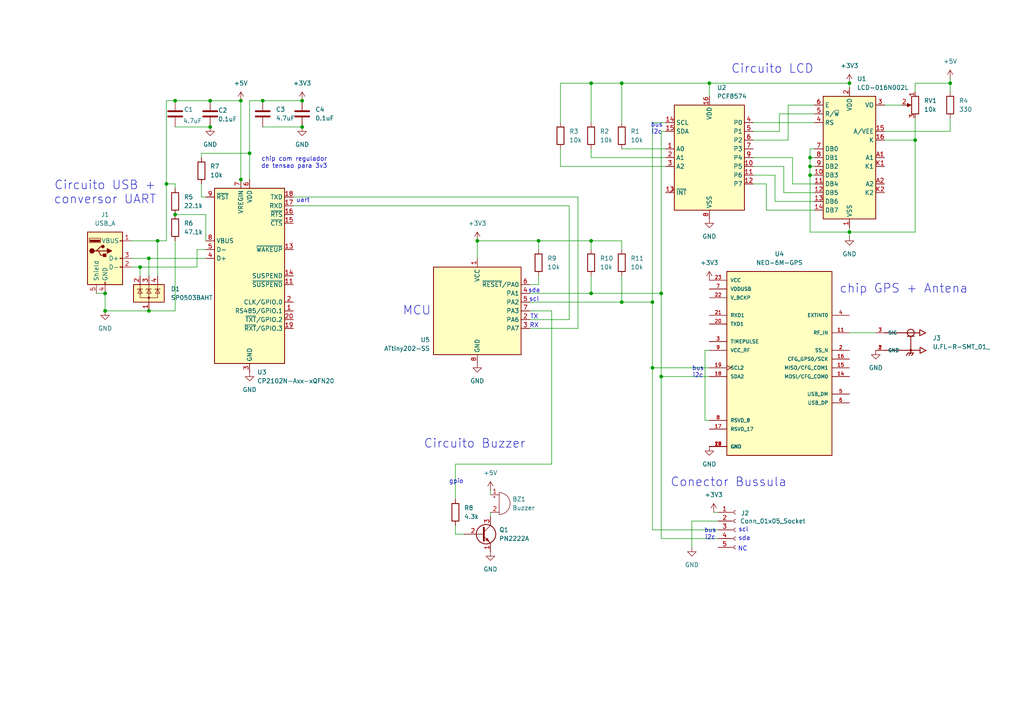
<source format=kicad_sch>
(kicad_sch (version 20231120) (generator "eeschema") (generator_version "8.0")
  (paper "A4")
  (lib_symbols
    (symbol "Connector:Conn_01x05_Socket" (pin_names (offset 1.016) hide)
      (property "Reference" "J" (at 0 7.62 0))
      (property "Value" "Conn_01x05_Socket" (at 0 -7.62 0))
      (symbol "Conn_01x05_Socket_1_1"
        (arc (start 0 -4.572) (mid -0.5058 -5.08) (end 0 -5.588) (stroke (width 0.1524)))
        (arc (start 0 -2.032) (mid -0.5058 -2.54) (end 0 -3.048) (stroke (width 0.1524)))
        (polyline (pts (xy -1.27 -5.08) (xy -0.508 -5.08)) (stroke (width 0.1524)))
        (polyline (pts (xy -1.27 -2.54) (xy -0.508 -2.54)) (stroke (width 0.1524)))
        (polyline (pts (xy -1.27 0) (xy -0.508 0)) (stroke (width 0.1524)))
        (polyline (pts (xy -1.27 2.54) (xy -0.508 2.54)) (stroke (width 0.1524)))
        (polyline (pts (xy -1.27 5.08) (xy -0.508 5.08)) (stroke (width 0.1524)))
        (arc (start 0 0.508) (mid -0.5058 0) (end 0 -0.508) (stroke (width 0.1524)))
        (arc (start 0 3.048) (mid -0.5058 2.54) (end 0 2.032) (stroke (width 0.1524)))
        (arc (start 0 5.588) (mid -0.5058 5.08) (end 0 4.572) (stroke (width 0.1524)))
        (pin passive line (at -5.08 5.08 0) (length 3.81) (name "Pin_1") (number "1"))
        (pin passive line (at -5.08 2.54 0) (length 3.81) (name "Pin_2") (number "2"))
        (pin passive line (at -5.08 0 0) (length 3.81) (name "Pin_3") (number "3"))
        (pin passive line (at -5.08 -2.54 0) (length 3.81) (name "Pin_4") (number "4"))
        (pin passive line (at -5.08 -5.08 0) (length 3.81) (name "Pin_5") (number "5"))
      )
    )
    (symbol "Connector:USB_A" (pin_names (offset 1.016))
      (property "Reference" "J" (at -5.08 11.43 0))
      (property "Value" "USB_A" (at -5.08 8.89 0))
      (symbol "USB_A_0_1"
        (rectangle (start -5.08 -7.62) (end 5.08 7.62) (stroke (width 0.254)) (fill (type background)))
        (circle (center -3.81 2.159) (radius 0.635) (stroke (width 0.254)) (fill (type outline)))
        (rectangle (start -1.524 4.826) (end -4.318 5.334) (fill (type outline)))
        (rectangle (start -1.27 4.572) (end -4.572 5.842))
        (circle (center -0.635 3.429) (radius 0.381) (stroke (width 0.254)) (fill (type outline)))
        (rectangle (start -0.127 -7.62) (end 0.127 -6.858))
        (polyline (pts (xy -3.175 2.159) (xy -2.54 2.159) (xy -1.27 3.429) (xy -0.635 3.429)) (stroke (width 0.254)))
        (polyline (pts (xy -2.54 2.159) (xy -1.905 2.159) (xy -1.27 0.889) (xy 0 0.889)) (stroke (width 0.254)))
        (polyline (pts (xy 0.635 2.794) (xy 0.635 1.524) (xy 1.905 2.159) (xy 0.635 2.794)) (stroke (width 0.254)) (fill (type outline)))
        (rectangle (start 0.254 1.27) (end -0.508 0.508) (stroke (width 0.254)) (fill (type outline)))
        (rectangle (start 5.08 -2.667) (end 4.318 -2.413))
        (rectangle (start 5.08 -0.127) (end 4.318 0.127))
        (rectangle (start 5.08 4.953) (end 4.318 5.207))
      )
      (symbol "USB_A_1_1"
        (polyline (pts (xy -1.905 2.159) (xy 0.635 2.159)) (stroke (width 0.254)))
        (pin power_in line (at 7.62 5.08 180) (length 2.54) (name "VBUS") (number "1"))
        (pin bidirectional line (at 7.62 -2.54 180) (length 2.54) (name "D-") (number "2"))
        (pin bidirectional line (at 7.62 0 180) (length 2.54) (name "D+") (number "3"))
        (pin power_in line (at 0 -10.16 90) (length 2.54) (name "GND") (number "4"))
        (pin passive line (at -2.54 -10.16 90) (length 2.54) (name "Shield") (number "5"))
      )
    )
    (symbol "Device:Buzzer" (pin_names (offset 0.0254) hide)
      (property "Reference" "BZ" (at 3.81 1.27 0))
      (property "Value" "Buzzer" (at 3.81 -1.27 0))
      (symbol "Buzzer_0_1"
        (arc (start 0 -3.175) (mid 3.1612 0) (end 0 3.175))
        (polyline (pts (xy -1.651 1.905) (xy -1.143 1.905)))
        (polyline (pts (xy -1.397 2.159) (xy -1.397 1.651)))
        (polyline (pts (xy 0 3.175) (xy 0 -3.175)))
      )
      (symbol "Buzzer_1_1"
        (pin passive line (at -2.54 2.54 0) (length 2.54) (name "+") (number "1"))
        (pin passive line (at -2.54 -2.54 0) (length 2.54) (name "-") (number "2"))
      )
    )
    (symbol "Device:C" (pin_numbers hide) (pin_names (offset 0.254))
      (property "Reference" "C" (at 0.635 2.54 0))
      (property "Value" "C" (at 0.635 -2.54 0))
      (symbol "C_0_1"
        (polyline (pts (xy -2.032 -0.762) (xy 2.032 -0.762)) (stroke (width 0.508)))
        (polyline (pts (xy -2.032 0.762) (xy 2.032 0.762)) (stroke (width 0.508)))
      )
      (symbol "C_1_1"
        (pin passive line (at 0 3.81 270) (length 2.794) (name "~") (number "1"))
        (pin passive line (at 0 -3.81 90) (length 2.794) (name "~") (number "2"))
      )
    )
    (symbol "Device:R" (pin_numbers hide) (pin_names (offset 0))
      (property "Reference" "R" (at 2.032 0 90))
      (property "Value" "R" (at 0 0 90))
      (symbol "R_0_1"
        (rectangle (start -1.016 -2.54) (end 1.016 2.54) (stroke (width 0.254)))
      )
      (symbol "R_1_1"
        (pin passive line (at 0 3.81 270) (length 1.27) (name "~") (number "1"))
        (pin passive line (at 0 -3.81 90) (length 1.27) (name "~") (number "2"))
      )
    )
    (symbol "Device:R_Potentiometer" (pin_names (offset 1.016) hide)
      (property "Reference" "RV" (at -4.445 0 90))
      (property "Value" "R_Potentiometer" (at -2.54 0 90))
      (symbol "R_Potentiometer_0_1"
        (polyline (pts (xy 2.54 0) (xy 1.524 0)))
        (polyline (pts (xy 1.143 0) (xy 2.286 0.508) (xy 2.286 -0.508) (xy 1.143 0)) (fill (type outline)))
        (rectangle (start 1.016 2.54) (end -1.016 -2.54) (stroke (width 0.254)))
      )
      (symbol "R_Potentiometer_1_1"
        (pin passive line (at 0 3.81 270) (length 1.27) (name "1") (number "1"))
        (pin passive line (at 3.81 0 180) (length 1.27) (name "2") (number "2"))
        (pin passive line (at 0 -3.81 90) (length 1.27) (name "3") (number "3"))
      )
    )
    (symbol "Display_Character:LCD-016N002L"
      (property "Reference" "U" (at -6.35 18.796 0))
      (property "Value" "LCD-016N002L" (at 8.636 18.796 0))
      (symbol "LCD-016N002L_1_1"
        (rectangle (start -7.62 17.78) (end 7.62 -17.78) (stroke (width 0.254)) (fill (type background)))
        (pin power_in line (at 0 -20.32 90) (length 2.54) (name "VSS") (number "1"))
        (pin bidirectional line (at -10.16 -5.08 0) (length 2.54) (name "DB3") (number "10"))
        (pin bidirectional line (at -10.16 -7.62 0) (length 2.54) (name "DB4") (number "11"))
        (pin bidirectional line (at -10.16 -10.16 0) (length 2.54) (name "DB5") (number "12"))
        (pin bidirectional line (at -10.16 -12.7 0) (length 2.54) (name "DB6") (number "13"))
        (pin bidirectional line (at -10.16 -15.24 0) (length 2.54) (name "DB7") (number "14"))
        (pin power_in line (at 10.16 7.62 180) (length 2.54) (name "A/VEE") (number "15"))
        (pin power_in line (at 10.16 5.08 180) (length 2.54) (name "K") (number "16"))
        (pin power_in line (at 0 20.32 270) (length 2.54) (name "VDD") (number "2"))
        (pin input line (at 10.16 15.24 180) (length 2.54) (name "VO") (number "3"))
        (pin input line (at -10.16 10.16 0) (length 2.54) (name "RS") (number "4"))
        (pin input line (at -10.16 12.7 0) (length 2.54) (name "R/~{W}") (number "5"))
        (pin input line (at -10.16 15.24 0) (length 2.54) (name "E") (number "6"))
        (pin bidirectional line (at -10.16 2.54 0) (length 2.54) (name "DB0") (number "7"))
        (pin bidirectional line (at -10.16 0 0) (length 2.54) (name "DB1") (number "8"))
        (pin bidirectional line (at -10.16 -2.54 0) (length 2.54) (name "DB2") (number "9"))
        (pin power_in line (at 10.16 0 180) (length 2.54) (name "A1") (number "A1"))
        (pin power_in line (at 10.16 -7.62 180) (length 2.54) (name "A2") (number "A2"))
        (pin power_in line (at 10.16 -2.54 180) (length 2.54) (name "K1") (number "K1"))
        (pin power_in line (at 10.16 -10.16 180) (length 2.54) (name "K2") (number "K2"))
      )
    )
    (symbol "Interface_Expansion:PCF8574"
      (property "Reference" "U" (at -8.89 16.51 0))
      (property "Value" "PCF8574" (at 2.54 16.51 0))
      (symbol "PCF8574_0_1"
        (rectangle (start -10.16 15.24) (end 10.16 -15.24) (stroke (width 0.254)) (fill (type background)))
      )
      (symbol "PCF8574_1_1"
        (pin input line (at -12.7 2.54 0) (length 2.54) (name "A0") (number "1"))
        (pin bidirectional line (at 12.7 -2.54 180) (length 2.54) (name "P5") (number "10"))
        (pin bidirectional line (at 12.7 -5.08 180) (length 2.54) (name "P6") (number "11"))
        (pin bidirectional line (at 12.7 -7.62 180) (length 2.54) (name "P7") (number "12"))
        (pin open_collector output_low (at -12.7 -10.16 0) (length 2.54) (name "~{INT}") (number "13"))
        (pin input line (at -12.7 10.16 0) (length 2.54) (name "SCL") (number "14"))
        (pin bidirectional line (at -12.7 7.62 0) (length 2.54) (name "SDA") (number "15"))
        (pin power_in line (at 0 17.78 270) (length 2.54) (name "VDD") (number "16"))
        (pin input line (at -12.7 0 0) (length 2.54) (name "A1") (number "2"))
        (pin input line (at -12.7 -2.54 0) (length 2.54) (name "A2") (number "3"))
        (pin bidirectional line (at 12.7 10.16 180) (length 2.54) (name "P0") (number "4"))
        (pin bidirectional line (at 12.7 7.62 180) (length 2.54) (name "P1") (number "5"))
        (pin bidirectional line (at 12.7 5.08 180) (length 2.54) (name "P2") (number "6"))
        (pin bidirectional line (at 12.7 2.54 180) (length 2.54) (name "P3") (number "7"))
        (pin power_in line (at 0 -17.78 90) (length 2.54) (name "VSS") (number "8"))
        (pin bidirectional line (at 12.7 0 180) (length 2.54) (name "P4") (number "9"))
      )
    )
    (symbol "Interface_USB:CP2102N-Axx-xQFN20"
      (property "Reference" "U" (at -8.89 26.67 0))
      (property "Value" "CP2102N-Axx-xQFN20" (at 12.7 26.67 0))
      (symbol "CP2102N-Axx-xQFN20_0_1"
        (rectangle (start -10.16 25.4) (end 10.16 -25.4) (stroke (width 0.254)) (fill (type background)))
      )
      (symbol "CP2102N-Axx-xQFN20_1_1"
        (pin bidirectional line (at 12.7 -10.16 180) (length 2.54) (name "RS485/GPIO.1") (number "1"))
        (pin no_connect line (at -10.16 -22.86 0) (length 2.54) hide (name "NC") (number "10"))
        (pin output line (at 12.7 -2.54 180) (length 2.54) (name "~{SUSPEND}") (number "11"))
        (pin passive line (at 0 -27.94 90) (length 2.54) hide (name "GND") (number "12"))
        (pin input line (at 12.7 7.62 180) (length 2.54) (name "~{WAKEUP}") (number "13"))
        (pin output line (at 12.7 0 180) (length 2.54) (name "SUSPEND") (number "14"))
        (pin input line (at 12.7 15.24 180) (length 2.54) (name "~{CTS}") (number "15"))
        (pin output line (at 12.7 17.78 180) (length 2.54) (name "~{RTS}") (number "16"))
        (pin input line (at 12.7 20.32 180) (length 2.54) (name "RXD") (number "17"))
        (pin output line (at 12.7 22.86 180) (length 2.54) (name "TXD") (number "18"))
        (pin bidirectional line (at 12.7 -15.24 180) (length 2.54) (name "~{RXT}/GPIO.3") (number "19"))
        (pin bidirectional line (at 12.7 -7.62 180) (length 2.54) (name "CLK/GPIO.0") (number "2"))
        (pin bidirectional line (at 12.7 -12.7 180) (length 2.54) (name "~{TXT}/GPIO.2") (number "20"))
        (pin passive line (at 0 -27.94 90) (length 2.54) hide (name "GND") (number "21"))
        (pin power_in line (at 0 -27.94 90) (length 2.54) (name "GND") (number "3"))
        (pin bidirectional line (at -12.7 5.08 0) (length 2.54) (name "D+") (number "4"))
        (pin bidirectional line (at -12.7 7.62 0) (length 2.54) (name "D-") (number "5"))
        (pin power_in line (at 0 27.94 270) (length 2.54) (name "VDD") (number "6"))
        (pin power_in line (at -2.54 27.94 270) (length 2.54) (name "VREGIN") (number "7"))
        (pin input line (at -12.7 10.16 0) (length 2.54) (name "VBUS") (number "8"))
        (pin input line (at -12.7 22.86 0) (length 2.54) (name "~{RST}") (number "9"))
      )
    )
    (symbol "MCU_Microchip_ATtiny:ATtiny202-SS"
      (property "Reference" "U" (at -12.7 13.97 0))
      (property "Value" "ATtiny202-SS" (at 2.54 -13.97 0))
      (symbol "ATtiny202-SS_0_1"
        (rectangle (start -12.7 -12.7) (end 12.7 12.7) (stroke (width 0.254)) (fill (type background)))
      )
      (symbol "ATtiny202-SS_1_1"
        (pin power_in line (at 0 15.24 270) (length 2.54) (name "VCC") (number "1"))
        (pin bidirectional line (at 15.24 -2.54 180) (length 2.54) (name "PA6") (number "2"))
        (pin bidirectional line (at 15.24 -5.08 180) (length 2.54) (name "PA7") (number "3"))
        (pin bidirectional line (at 15.24 5.08 180) (length 2.54) (name "PA1") (number "4"))
        (pin bidirectional line (at 15.24 2.54 180) (length 2.54) (name "PA2") (number "5"))
        (pin bidirectional line (at 15.24 7.62 180) (length 2.54) (name "~{RESET}/PA0") (number "6"))
        (pin bidirectional line (at 15.24 0 180) (length 2.54) (name "PA3") (number "7"))
        (pin power_in line (at 0 -15.24 90) (length 2.54) (name "GND") (number "8"))
      )
    )
    (symbol "NEO-6M-GPS:NEO-6M-GPS" (pin_names (offset 1.016))
      (property "Reference" "U" (at -15.2439 26.0408 0))
      (property "Value" "NEO-6M-GPS" (at -15.2445 -30.4874 0))
      (symbol "NEO-6M-GPS_0_0"
        (rectangle (start -15.24 -27.94) (end 15.24 25.4) (stroke (width 0.254)) (fill (type background)))
        (pin power_in line (at 20.32 -25.4 180) (length 5.08) (name "GND") (number "10"))
        (pin input line (at -20.32 7.62 0) (length 5.08) (name "RF_IN") (number "11"))
        (pin power_in line (at 20.32 -25.4 180) (length 5.08) (name "GND") (number "12"))
        (pin power_in line (at 20.32 -25.4 180) (length 5.08) (name "GND") (number "13"))
        (pin bidirectional line (at -20.32 -5.08 0) (length 5.08) (name "MOSI/CFG_COM0") (number "14"))
        (pin input line (at -20.32 -2.54 0) (length 5.08) (name "MISO/CFG_COM1") (number "15"))
        (pin input line (at -20.32 0 0) (length 5.08) (name "CFG_GPS0/SCK") (number "16"))
        (pin passive line (at 20.32 -20.32 180) (length 5.08) (name "RSVD_17") (number "17"))
        (pin bidirectional line (at 20.32 -5.08 180) (length 5.08) (name "SDA2") (number "18"))
        (pin bidirectional clock (at 20.32 -2.54 180) (length 5.08) (name "SCL2") (number "19"))
        (pin input line (at -20.32 2.54 0) (length 5.08) (name "SS_N") (number "2"))
        (pin output line (at 20.32 10.16 180) (length 5.08) (name "TXD1") (number "20"))
        (pin input line (at 20.32 12.7 180) (length 5.08) (name "RXD1") (number "21"))
        (pin power_in line (at 20.32 17.78 180) (length 5.08) (name "V_BCKP") (number "22"))
        (pin power_in line (at 20.32 22.86 180) (length 5.08) (name "VCC") (number "23"))
        (pin power_in line (at 20.32 -25.4 180) (length 5.08) (name "GND") (number "24"))
        (pin output line (at 20.32 5.08 180) (length 5.08) (name "TIMEPULSE") (number "3"))
        (pin input line (at -20.32 12.7 0) (length 5.08) (name "EXTINT0") (number "4"))
        (pin bidirectional line (at -20.32 -10.16 0) (length 5.08) (name "USB_DM") (number "5"))
        (pin bidirectional line (at -20.32 -12.7 0) (length 5.08) (name "USB_DP") (number "6"))
        (pin power_in line (at 20.32 20.32 180) (length 5.08) (name "VDDUSB") (number "7"))
        (pin passive line (at 20.32 -17.78 180) (length 5.08) (name "RSVD_8") (number "8"))
        (pin output line (at 20.32 2.54 180) (length 5.08) (name "VCC_RF") (number "9"))
      )
    )
    (symbol "Power_Protection:SP0503BAHT" (pin_names hide)
      (property "Reference" "D" (at 5.715 2.54 0))
      (property "Value" "SP0503BAHT" (at 5.715 0.635 0))
      (symbol "SP0503BAHT_0_0"
        (pin passive line (at 0 -5.08 90) (length 2.54) (name "A") (number "1"))
      )
      (symbol "SP0503BAHT_0_1"
        (rectangle (start -4.445 2.54) (end 4.445 -2.54) (stroke (width 0.254)) (fill (type background)))
        (circle (center 0 -1.27) (radius 0.254) (fill (type outline)))
        (polyline (pts (xy -2.54 2.54) (xy -2.54 1.27)))
        (polyline (pts (xy 0 -1.27) (xy 0 -2.54)))
        (polyline (pts (xy 0 -1.27) (xy 0 1.27)))
        (polyline (pts (xy 0 2.54) (xy 0 1.27)))
        (polyline (pts (xy 0.635 1.27) (xy 0.762 1.27)))
        (polyline (pts (xy 2.54 2.54) (xy 2.54 1.27)))
        (polyline (pts (xy 0.635 1.27) (xy -0.762 1.27) (xy -0.762 1.016)))
        (polyline (pts (xy -3.302 1.016) (xy -3.302 1.27) (xy -1.905 1.27) (xy -1.778 1.27)))
        (polyline (pts (xy -2.54 1.27) (xy -2.54 -1.27) (xy 2.54 -1.27) (xy 2.54 1.27)))
        (polyline (pts (xy -2.54 1.27) (xy -1.905 0) (xy -3.175 0) (xy -2.54 1.27)))
        (polyline (pts (xy 0.635 0) (xy -0.635 0) (xy 0 1.27) (xy 0.635 0)))
        (polyline (pts (xy 1.778 1.016) (xy 1.778 1.27) (xy 3.175 1.27) (xy 3.302 1.27)))
        (polyline (pts (xy 2.54 1.27) (xy 1.905 0) (xy 3.175 0) (xy 2.54 1.27)))
      )
      (symbol "SP0503BAHT_1_1"
        (pin passive line (at -2.54 5.08 270) (length 2.54) (name "K") (number "2"))
        (pin passive line (at 0 5.08 270) (length 2.54) (name "K") (number "3"))
        (pin passive line (at 2.54 5.08 270) (length 2.54) (name "K") (number "4"))
      )
    )
    (symbol "Transistor_BJT:PN2222A" (pin_names (offset 0) hide)
      (property "Reference" "Q" (at 5.08 1.905 0))
      (property "Value" "PN2222A" (at 5.08 0 0))
      (symbol "PN2222A_0_1"
        (polyline (pts (xy 0 0) (xy 0.635 0)))
        (polyline (pts (xy 2.54 -2.54) (xy 0.635 -0.635)))
        (polyline (pts (xy 2.54 2.54) (xy 0.635 0.635)))
        (polyline (pts (xy 0.635 1.905) (xy 0.635 -1.905) (xy 0.635 -1.905)) (stroke (width 0.508)))
        (polyline (pts (xy 2.413 -2.413) (xy 1.905 -1.905) (xy 1.905 -1.905)))
        (polyline (pts (xy 1.143 -1.651) (xy 1.651 -1.143) (xy 2.159 -2.159) (xy 1.143 -1.651) (xy 1.143 -1.651)) (fill (type outline)))
        (circle (center 1.27 0) (radius 2.8194) (stroke (width 0.254)))
      )
      (symbol "PN2222A_1_1"
        (pin passive line (at 2.54 -5.08 90) (length 2.54) (name "E") (number "1"))
        (pin input line (at -5.08 0 0) (length 5.08) (name "B") (number "2"))
        (pin passive line (at 2.54 5.08 270) (length 2.54) (name "C") (number "3"))
      )
    )
    (symbol "U.FL-R-SMT_01_:U.FL-R-SMT_01_" (pin_names (offset 1.016))
      (property "Reference" "J" (at -3.8186 4.0731 0))
      (property "Value" "U.FL-R-SMT_01_" (at -4.3278 -5.6007 0))
      (symbol "U.FL-R-SMT_01__0_0"
        (circle (center 0 -2.54) (radius 0.254) (stroke (width 0.254)))
        (polyline (pts (xy -7.62 -2.54) (xy 0 -2.54)) (stroke (width 0.254)))
        (polyline (pts (xy -7.62 2.54) (xy 2.54 2.54)) (stroke (width 0.254)))
        (polyline (pts (xy -1.016 1.524) (xy 0 1.524)) (stroke (width 0.254)))
        (polyline (pts (xy -0.762 -3.302) (xy -1.27 -4.064)) (stroke (width 0.254)))
        (polyline (pts (xy 0 -3.302) (xy -0.762 -3.302)) (stroke (width 0.254)))
        (polyline (pts (xy 0 -3.302) (xy -0.508 -4.064)) (stroke (width 0.254)))
        (polyline (pts (xy 0 -3.302) (xy 0.762 -3.302)) (stroke (width 0.254)))
        (polyline (pts (xy 0 -2.54) (xy 0 -3.302)) (stroke (width 0.254)))
        (polyline (pts (xy 0 1.524) (xy 0 -2.54)) (stroke (width 0.254)))
        (polyline (pts (xy 0 1.524) (xy 1.016 1.524)) (stroke (width 0.254)))
        (polyline (pts (xy 0.762 -3.302) (xy 0.254 -4.064)) (stroke (width 0.254)))
        (polyline (pts (xy 2.54 -2.54) (xy 0 -2.54)) (stroke (width 0.254)))
        (polyline (pts (xy 2.6 1.7) (xy 4.3 2.5)) (stroke (width 0.254)))
        (polyline (pts (xy 2.6 3.4) (xy 2.6 1.7)) (stroke (width 0.254)))
        (polyline (pts (xy 2.7 -3.4) (xy 4.4 -2.6)) (stroke (width 0.254)))
        (polyline (pts (xy 2.7 -1.7) (xy 2.7 -3.4)) (stroke (width 0.254)))
        (polyline (pts (xy 4.3 2.5) (xy 2.7 3.4)) (stroke (width 0.254)))
        (polyline (pts (xy 4.4 -2.6) (xy 2.8 -1.7)) (stroke (width 0.254)))
        (circle (center 0 2.54) (radius 1.016) (stroke (width 0.254)))
        (pin passive line (at -10.16 -2.54 0) (length 2.54) (name "GND") (number "1"))
        (pin passive line (at -10.16 -2.54 0) (length 2.54) (name "GND") (number "2"))
        (pin passive line (at -10.16 2.54 0) (length 2.54) (name "SIG") (number "3"))
      )
    )
    (symbol "power:+3V3" (power) (pin_numbers hide) (pin_names (offset 0) hide)
      (property "Value" "+3V3" (at 0 3.556 0))
      (symbol "+3V3_0_1"
        (polyline (pts (xy -0.762 1.27) (xy 0 2.54)))
        (polyline (pts (xy 0 0) (xy 0 2.54)))
        (polyline (pts (xy 0 2.54) (xy 0.762 1.27)))
      )
      (symbol "+3V3_1_1"
        (pin power_in line (at 0 0 90) (length 0) (name "~") (number "1"))
      )
    )
    (symbol "power:+5V" (power) (pin_numbers hide) (pin_names (offset 0) hide)
      (property "Value" "+5V" (at 0 3.556 0))
      (symbol "+5V_0_1"
        (polyline (pts (xy -0.762 1.27) (xy 0 2.54)))
        (polyline (pts (xy 0 0) (xy 0 2.54)))
        (polyline (pts (xy 0 2.54) (xy 0.762 1.27)))
      )
      (symbol "+5V_1_1"
        (pin power_in line (at 0 0 90) (length 0) (name "~") (number "1"))
      )
    )
    (symbol "power:GND" (power) (pin_numbers hide) (pin_names (offset 0) hide)
      (property "Value" "GND" (at 0 -3.81 0))
      (symbol "GND_0_1"
        (polyline (pts (xy 0 0) (xy 0 -1.27) (xy 1.27 -1.27) (xy 0 -2.54) (xy -1.27 -1.27) (xy 0 -1.27)))
      )
      (symbol "GND_1_1"
        (pin power_in line (at 0 0 270) (length 0) (name "~") (number "1"))
      )
    )
  )
  (junction (at 60.96 36.83))
  (junction (at 76.2 29.21))
  (junction (at 50.8 62.23))
  (junction (at 246.38 24.13))
  (junction (at 40.64 77.47))
  (junction (at 275.59 24.13))
  (junction (at 138.43 69.85))
  (junction (at 87.63 29.21))
  (junction (at 171.45 24.13))
  (junction (at 43.18 90.17))
  (junction (at 234.95 48.26))
  (junction (at 171.45 69.85))
  (junction (at 30.48 90.17))
  (junction (at 191.77 109.22))
  (junction (at 189.23 106.68))
  (junction (at 171.45 85.09))
  (junction (at 189.23 87.63))
  (junction (at 72.39 44.45))
  (junction (at 69.85 29.21))
  (junction (at 60.96 29.21))
  (junction (at 45.72 69.85))
  (junction (at 191.77 85.09))
  (junction (at 234.95 50.8))
  (junction (at 205.74 24.13))
  (junction (at 50.8 29.21))
  (junction (at 30.48 85.09))
  (junction (at 180.34 24.13))
  (junction (at 180.34 87.63))
  (junction (at 69.85 52.07))
  (junction (at 265.43 40.64))
  (junction (at 246.38 67.31))
  (junction (at 48.26 53.34))
  (junction (at 234.95 45.72))
  (junction (at 43.18 74.93))
  (junction (at 156.21 69.85))
  (junction (at 87.63 36.83))
  (wire (pts (xy 189.23 153.67) (xy 208.28 153.67)))
  (wire (pts (xy 180.34 24.13) (xy 180.34 35.56)))
  (wire (pts (xy 205.74 24.13) (xy 180.34 24.13)))
  (wire (pts (xy 229.87 45.72) (xy 229.87 53.34)))
  (wire (pts (xy 265.43 34.29) (xy 265.43 40.64)))
  (wire (pts (xy 165.1 59.69) (xy 165.1 92.71)))
  (wire (pts (xy 234.95 48.26) (xy 236.22 48.26)))
  (wire (pts (xy 246.38 67.31) (xy 246.38 66.04)))
  (wire (pts (xy 228.6 30.48) (xy 236.22 30.48)))
  (wire (pts (xy 72.39 44.45) (xy 72.39 52.07)))
  (wire (pts (xy 189.23 87.63) (xy 189.23 106.68)))
  (wire (pts (xy 57.15 72.39) (xy 59.69 72.39)))
  (wire (pts (xy 234.95 45.72) (xy 234.95 48.26)))
  (wire (pts (xy 171.45 45.72) (xy 193.04 45.72)))
  (wire (pts (xy 171.45 69.85) (xy 171.45 72.39)))
  (wire (pts (xy 191.77 109.22) (xy 205.74 109.22)))
  (wire (pts (xy 226.06 38.1) (xy 226.06 33.02)))
  (wire (pts (xy 43.18 90.17) (xy 30.48 90.17)))
  (wire (pts (xy 38.1 77.47) (xy 40.64 77.47)))
  (wire (pts (xy 76.2 36.83) (xy 87.63 36.83)))
  (wire (pts (xy 58.42 57.15) (xy 59.69 57.15)))
  (wire (pts (xy 48.26 29.21) (xy 50.8 29.21)))
  (wire (pts (xy 193.04 35.56) (xy 189.23 35.56)))
  (wire (pts (xy 156.21 80.01) (xy 156.21 82.55)))
  (wire (pts (xy 191.77 38.1) (xy 191.77 85.09)))
  (wire (pts (xy 165.1 92.71) (xy 153.67 92.71)))
  (wire (pts (xy 200.66 151.13) (xy 200.66 158.75)))
  (wire (pts (xy 234.95 48.26) (xy 234.95 50.8)))
  (wire (pts (xy 275.59 22.86) (xy 275.59 24.13)))
  (wire (pts (xy 48.26 29.21) (xy 48.26 53.34)))
  (wire (pts (xy 142.24 143.51) (xy 142.24 142.24)))
  (wire (pts (xy 45.72 69.85) (xy 38.1 69.85)))
  (wire (pts (xy 275.59 26.67) (xy 275.59 24.13)))
  (wire (pts (xy 180.34 80.01) (xy 180.34 87.63)))
  (wire (pts (xy 43.18 90.17) (xy 50.8 90.17)))
  (wire (pts (xy 218.44 38.1) (xy 226.06 38.1)))
  (wire (pts (xy 30.48 90.17) (xy 30.48 85.09)))
  (wire (pts (xy 162.56 43.18) (xy 162.56 48.26)))
  (wire (pts (xy 218.44 40.64) (xy 228.6 40.64)))
  (wire (pts (xy 204.47 101.6) (xy 205.74 101.6)))
  (wire (pts (xy 132.08 134.62) (xy 132.08 144.78)))
  (wire (pts (xy 234.95 43.18) (xy 234.95 45.72)))
  (wire (pts (xy 43.18 74.93) (xy 59.69 74.93)))
  (wire (pts (xy 138.43 69.85) (xy 138.43 74.93)))
  (wire (pts (xy 236.22 43.18) (xy 234.95 43.18)))
  (wire (pts (xy 48.26 53.34) (xy 50.8 53.34)))
  (wire (pts (xy 153.67 87.63) (xy 180.34 87.63)))
  (wire (pts (xy 156.21 72.39) (xy 156.21 69.85)))
  (wire (pts (xy 50.8 53.34) (xy 50.8 54.61)))
  (wire (pts (xy 246.38 24.13) (xy 205.74 24.13)))
  (wire (pts (xy 162.56 24.13) (xy 162.56 35.56)))
  (wire (pts (xy 234.95 67.31) (xy 246.38 67.31)))
  (wire (pts (xy 256.54 30.48) (xy 261.62 30.48)))
  (wire (pts (xy 275.59 24.13) (xy 265.43 24.13)))
  (wire (pts (xy 193.04 38.1) (xy 191.77 38.1)))
  (wire (pts (xy 234.95 50.8) (xy 236.22 50.8)))
  (wire (pts (xy 40.64 77.47) (xy 57.15 77.47)))
  (wire (pts (xy 208.28 151.13) (xy 200.66 151.13)))
  (wire (pts (xy 142.24 148.59) (xy 142.24 149.86)))
  (wire (pts (xy 218.44 50.8) (xy 224.79 50.8)))
  (wire (pts (xy 156.21 82.55) (xy 153.67 82.55)))
  (wire (pts (xy 224.79 58.42) (xy 236.22 58.42)))
  (wire (pts (xy 246.38 24.13) (xy 246.38 25.4)))
  (wire (pts (xy 204.47 121.92) (xy 204.47 101.6)))
  (wire (pts (xy 58.42 45.72) (xy 58.42 44.45)))
  (wire (pts (xy 171.45 85.09) (xy 191.77 85.09)))
  (wire (pts (xy 132.08 152.4) (xy 132.08 154.94)))
  (wire (pts (xy 171.45 24.13) (xy 162.56 24.13)))
  (wire (pts (xy 207.01 148.59) (xy 208.28 148.59)))
  (wire (pts (xy 222.25 60.96) (xy 236.22 60.96)))
  (wire (pts (xy 180.34 72.39) (xy 180.34 69.85)))
  (wire (pts (xy 69.85 54.61) (xy 69.85 52.07)))
  (wire (pts (xy 50.8 29.21) (xy 60.96 29.21)))
  (wire (pts (xy 229.87 53.34) (xy 236.22 53.34)))
  (wire (pts (xy 246.38 96.52) (xy 254 96.52)))
  (wire (pts (xy 227.33 48.26) (xy 227.33 55.88)))
  (wire (pts (xy 191.77 156.21) (xy 208.28 156.21)))
  (wire (pts (xy 180.34 69.85) (xy 171.45 69.85)))
  (wire (pts (xy 45.72 69.85) (xy 45.72 80.01)))
  (wire (pts (xy 189.23 106.68) (xy 205.74 106.68)))
  (wire (pts (xy 180.34 24.13) (xy 171.45 24.13)))
  (wire (pts (xy 205.74 24.13) (xy 205.74 27.94)))
  (wire (pts (xy 50.8 36.83) (xy 60.96 36.83)))
  (wire (pts (xy 171.45 24.13) (xy 171.45 35.56)))
  (wire (pts (xy 43.18 74.93) (xy 43.18 80.01)))
  (wire (pts (xy 226.06 33.02) (xy 236.22 33.02)))
  (wire (pts (xy 40.64 77.47) (xy 40.64 80.01)))
  (wire (pts (xy 246.38 68.58) (xy 246.38 67.31)))
  (wire (pts (xy 153.67 90.17) (xy 160.02 90.17)))
  (wire (pts (xy 227.33 55.88) (xy 236.22 55.88)))
  (wire (pts (xy 58.42 53.34) (xy 58.42 57.15)))
  (wire (pts (xy 218.44 48.26) (xy 227.33 48.26)))
  (wire (pts (xy 85.09 59.69) (xy 165.1 59.69)))
  (wire (pts (xy 72.39 29.21) (xy 72.39 44.45)))
  (wire (pts (xy 160.02 134.62) (xy 132.08 134.62)))
  (wire (pts (xy 205.74 121.92) (xy 204.47 121.92)))
  (wire (pts (xy 38.1 74.93) (xy 43.18 74.93)))
  (wire (pts (xy 162.56 48.26) (xy 193.04 48.26)))
  (wire (pts (xy 256.54 38.1) (xy 275.59 38.1)))
  (wire (pts (xy 180.34 87.63) (xy 189.23 87.63)))
  (wire (pts (xy 256.54 40.64) (xy 265.43 40.64)))
  (wire (pts (xy 160.02 90.17) (xy 160.02 134.62)))
  (wire (pts (xy 30.48 85.09) (xy 27.94 85.09)))
  (wire (pts (xy 234.95 45.72) (xy 236.22 45.72)))
  (wire (pts (xy 153.67 85.09) (xy 171.45 85.09)))
  (wire (pts (xy 218.44 35.56) (xy 236.22 35.56)))
  (wire (pts (xy 191.77 85.09) (xy 191.77 109.22)))
  (wire (pts (xy 171.45 69.85) (xy 156.21 69.85)))
  (wire (pts (xy 167.64 95.25) (xy 167.64 57.15)))
  (wire (pts (xy 191.77 109.22) (xy 191.77 156.21)))
  (wire (pts (xy 156.21 69.85) (xy 138.43 69.85)))
  (wire (pts (xy 69.85 29.21) (xy 69.85 52.07)))
  (wire (pts (xy 85.09 57.15) (xy 167.64 57.15)))
  (wire (pts (xy 224.79 50.8) (xy 224.79 58.42)))
  (wire (pts (xy 72.39 29.21) (xy 76.2 29.21)))
  (wire (pts (xy 265.43 26.67) (xy 265.43 24.13)))
  (wire (pts (xy 275.59 38.1) (xy 275.59 34.29)))
  (wire (pts (xy 189.23 35.56) (xy 189.23 87.63)))
  (wire (pts (xy 153.67 95.25) (xy 167.64 95.25)))
  (wire (pts (xy 171.45 80.01) (xy 171.45 85.09)))
  (wire (pts (xy 228.6 40.64) (xy 228.6 30.48)))
  (wire (pts (xy 50.8 62.23) (xy 59.69 62.23)))
  (wire (pts (xy 218.44 53.34) (xy 222.25 53.34)))
  (wire (pts (xy 48.26 53.34) (xy 48.26 69.85)))
  (wire (pts (xy 171.45 43.18) (xy 171.45 45.72)))
  (wire (pts (xy 50.8 69.85) (xy 50.8 90.17)))
  (wire (pts (xy 57.15 77.47) (xy 57.15 72.39)))
  (wire (pts (xy 189.23 106.68) (xy 189.23 153.67)))
  (wire (pts (xy 218.44 45.72) (xy 229.87 45.72)))
  (wire (pts (xy 265.43 40.64) (xy 265.43 67.31)))
  (wire (pts (xy 48.26 69.85) (xy 45.72 69.85)))
  (wire (pts (xy 87.63 29.21) (xy 76.2 29.21)))
  (wire (pts (xy 265.43 67.31) (xy 246.38 67.31)))
  (wire (pts (xy 180.34 43.18) (xy 193.04 43.18)))
  (wire (pts (xy 132.08 154.94) (xy 134.62 154.94)))
  (wire (pts (xy 59.69 69.85) (xy 59.69 62.23)))
  (wire (pts (xy 58.42 44.45) (xy 72.39 44.45)))
  (wire (pts (xy 222.25 53.34) (xy 222.25 60.96)))
  (wire (pts (xy 234.95 50.8) (xy 234.95 67.31)))
  (wire (pts (xy 60.96 29.21) (xy 69.85 29.21)))
  (text "Circuito LCD" (at 224.028 20.066 0) (effects (font (size 2.54 2.54))))
  (text "bus\ni2c" (at 190.5 37.338 0) (effects (font (size 1.27 1.27))))
  (text "gpio" (at 132.334 139.7 0) (effects (font (size 1.27 1.27))))
  (text "MCU" (at 120.904 90.17 0) (effects (font (size 2.54 2.54))))
  (text "NC" (at 215.392 159.258 0) (effects (font (size 1.27 1.27))))
  (text "chip com regulador\nde tensao para 3v3" (at 85.344 47.244 0) (effects (font (size 1.27 1.27))))
  (text "scl" (at 215.646 153.67 0) (effects (font (size 1.27 1.27))))
  (text "sda" (at 154.94 84.328 0) (effects (font (size 1.27 1.27))))
  (text "TX" (at 154.94 91.948 0) (effects (font (size 1.27 1.27))))
  (text "Conector Bussula" (at 211.328 139.954 0) (effects (font (size 2.54 2.54))))
  (text "bus\ni2c" (at 205.994 154.94 0) (effects (font (size 1.27 1.27))))
  (text "chip GPS + Antena" (at 262.128 83.82 0) (effects (font (size 2.54 2.54))))
  (text "uart" (at 87.884 58.166 0) (effects (font (size 1.27 1.27))))
  (text "scl" (at 154.94 86.868 0) (effects (font (size 1.27 1.27))))
  (text "sda" (at 215.9 156.21 0) (effects (font (size 1.27 1.27))))
  (text "bus\ni2c" (at 202.438 107.95 0) (effects (font (size 1.27 1.27))))
  (text "RX" (at 154.94 94.488 0) (effects (font (size 1.27 1.27))))
  (text "Circuito USB +\nconversor UART" (at 30.48 55.88 0) (effects (font (size 2.54 2.54))))
  (text "Circuito Buzzer" (at 137.668 128.778 0) (effects (font (size 2.54 2.54))))
  (symbol (lib_id "power:+5V") (at 142.24 142.24 0) (unit 1)
    (property "Reference" "#PWR015" (effects (hide yes)))
    (property "Value" "+5V" (at 142.24 137.16 0))
    (property "Description" "Power symbol creates a global label with name \"+5V\"" (effects (hide yes)))
  )
  (symbol (lib_id "Device:R") (at 180.34 39.37 180) (unit 1)
    (property "Reference" "R1" (at 182.88 38.0999 0) (effects (justify right)))
    (property "Value" "10k" (at 182.88 40.6399 0) (effects (justify right)))
    (property "Description" "Resistor" (effects (hide yes)))
  )
  (symbol (lib_id "Device:R") (at 171.45 39.37 180) (unit 1)
    (property "Reference" "R2" (at 173.99 38.0999 0) (effects (justify right)))
    (property "Value" "10k" (at 173.99 40.6399 0) (effects (justify right)))
    (property "Description" "Resistor" (effects (hide yes)))
  )
  (symbol (lib_id "power:+3V3") (at 246.38 24.13 0) (unit 1)
    (property "Reference" "#PWR01" (effects (hide yes)))
    (property "Value" "+3V3" (at 246.38 19.05 0))
    (property "Description" "Power symbol creates a global label with name \"+3V3\"" (effects (hide yes)))
  )
  (symbol (lib_id "Interface_Expansion:PCF8574") (at 205.74 45.72 0) (unit 1)
    (property "Reference" "U2" (at 207.9341 25.4 0) (effects (justify left)))
    (property "Value" "PCF8574" (at 207.9341 27.94 0) (effects (justify left)))
    (property "Datasheet" "http://www.nxp.com/docs/en/data-sheet/PCF8574_PCF8574A.pdf" (effects (hide yes)))
    (property "Description" "8 Bit Port/Expander to I2C Bus, DIP/SOIC-16" (effects (hide yes)))
  )
  (symbol (lib_id "power:GND") (at 200.66 158.75 0) (unit 1)
    (property "Reference" "#PWR06" (effects (hide yes)))
    (property "Value" "GND" (at 200.66 163.83 0))
    (property "Description" "Power symbol creates a global label with name \"GND\" , ground" (effects (hide yes)))
  )
  (symbol (lib_id "Device:R") (at 50.8 58.42 0) (unit 1)
    (property "Reference" "R5" (at 53.34 57.1499 0) (effects (justify left)))
    (property "Value" "22.1k" (at 53.34 59.6899 0) (effects (justify left)))
    (property "Description" "Resistor" (effects (hide yes)))
  )
  (symbol (lib_id "power:+3V3") (at 207.01 148.59 0) (unit 1)
    (property "Reference" "#PWR05" (effects (hide yes)))
    (property "Value" "+3V3" (at 207.01 143.51 0))
    (property "Description" "Power symbol creates a global label with name \"+3V3\"" (effects (hide yes)))
  )
  (symbol (lib_id "Transistor_BJT:PN2222A") (at 139.7 154.94 0) (unit 1)
    (property "Reference" "Q1" (at 144.78 153.6699 0) (effects (justify left)))
    (property "Value" "PN2222A" (at 144.78 156.2099 0) (effects (justify left)))
    (property "Footprint" "Package_TO_SOT_THT:TO-92_Inline" (effects (hide yes)))
    (property "Datasheet" "https://www.onsemi.com/pub/Collateral/PN2222-D.PDF" (effects (hide yes)))
    (property "Description" "1A Ic, 40V Vce, NPN Transistor, General Purpose Transistor, TO-92" (effects (hide yes)))
  )
  (symbol (lib_id "Device:R_Potentiometer") (at 265.43 30.48 0) (mirror y) (unit 1)
    (property "Reference" "RV1" (at 267.97 29.2099 0) (effects (justify right)))
    (property "Value" "10k" (at 267.97 31.7499 0) (effects (justify right)))
    (property "Description" "Potentiometer" (effects (hide yes)))
  )
  (symbol (lib_id "Display_Character:LCD-016N002L") (at 246.38 45.72 0) (unit 1)
    (property "Reference" "U1" (at 248.5741 22.86 0) (effects (justify left)))
    (property "Value" "LCD-016N002L" (at 248.5741 25.4 0) (effects (justify left)))
    (property "Footprint" "Display:LCD-016N002L" (effects (hide yes)))
    (property "Datasheet" "http://www.vishay.com/docs/37299/37299.pdf" (effects (hide yes)))
    (property "Description" "LCD 12x2, 8 bit parallel bus, 3V or 5V VDD" (effects (hide yes)))
  )
  (symbol (lib_id "power:GND") (at 205.74 129.54 0) (unit 1)
    (property "Reference" "#PWR07" (effects (hide yes)))
    (property "Value" "GND" (at 205.74 134.62 0))
    (property "Description" "Power symbol creates a global label with name \"GND\" , ground" (effects (hide yes)))
  )
  (symbol (lib_id "Device:C") (at 60.96 33.02 0) (unit 1)
    (property "Reference" "C2" (at 63.246 32.004 0) (effects (justify left)))
    (property "Value" "0.1uF" (at 63.246 34.544 0) (effects (justify left)))
    (property "Description" "Unpolarized capacitor" (effects (hide yes)))
  )
  (symbol (lib_id "Device:R") (at 171.45 76.2 0) (unit 1)
    (property "Reference" "R10" (at 173.99 74.9299 0) (effects (justify left)))
    (property "Value" "10k" (at 173.99 77.4699 0) (effects (justify left)))
    (property "Description" "Resistor" (effects (hide yes)))
  )
  (symbol (lib_id "Device:C") (at 76.2 33.02 0) (unit 1)
    (property "Reference" "C3" (at 80.01 31.7499 0) (effects (justify left)))
    (property "Value" "4.7uF" (at 80.01 34.2899 0) (effects (justify left)))
    (property "Description" "Unpolarized capacitor" (effects (hide yes)))
  )
  (symbol (lib_id "power:GND") (at 246.38 68.58 0) (unit 1)
    (property "Reference" "#PWR04" (effects (hide yes)))
    (property "Value" "GND" (at 246.38 73.66 0))
    (property "Description" "Power symbol creates a global label with name \"GND\" , ground" (effects (hide yes)))
  )
  (symbol (lib_id "Device:R") (at 50.8 66.04 0) (unit 1)
    (property "Reference" "R6" (at 53.34 64.7699 0) (effects (justify left)))
    (property "Value" "47.1k" (at 53.34 67.3099 0) (effects (justify left)))
    (property "Description" "Resistor" (effects (hide yes)))
  )
  (symbol (lib_id "NEO-6M-GPS:NEO-6M-GPS") (at 226.06 104.14 0) (mirror y) (unit 1)
    (property "Reference" "U4" (at 226.06 73.66 0))
    (property "Value" "NEO-6M-GPS" (at 226.06 76.2 0))
    (property "Footprint" "components_kicad:XCVR_NEO-6M-GPS" (effects (hide yes)))
    (property "MF" "u-blox" (effects (hide yes)))
    (property "Description_1" "\nGPS Development Tools SparkFun GNSS-RTK Dead Reckoning Breakout - ZED-F9K (Qwiic)\n" (effects (hide yes)))
    (property "Package" "None" (effects (hide yes)))
    (property "Price" "None" (effects (hide yes)))
    (property "Check_prices" "https://www.snapeda.com/parts/NEO-6M-GPS/u-blox/view-part/?ref=eda" (effects (hide yes)))
    (property "STANDARD" "Manufacturer Recommendations" (effects (hide yes)))
    (property "PARTREV" "R15" (effects (hide yes)))
    (property "SnapEDA_Link" "https://www.snapeda.com/parts/NEO-6M-GPS/u-blox/view-part/?ref=snap" (effects (hide yes)))
    (property "MP" "NEO-6M-GPS" (effects (hide yes)))
    (property "Availability" "Not in stock" (effects (hide yes)))
    (property "MANUFACTURER" "U-Blox" (effects (hide yes)))
  )
  (symbol (lib_id "power:+5V") (at 69.85 29.21 0) (unit 1)
    (property "Reference" "#PWR09" (effects (hide yes)))
    (property "Value" "+5V" (at 69.85 24.13 0))
    (property "Description" "Power symbol creates a global label with name \"+5V\"" (effects (hide yes)))
  )
  (symbol (lib_id "power:GND") (at 205.74 63.5 0) (unit 1)
    (property "Reference" "#PWR03" (effects (hide yes)))
    (property "Value" "GND" (at 205.74 68.58 0))
    (property "Description" "Power symbol creates a global label with name \"GND\" , ground" (effects (hide yes)))
  )
  (symbol (lib_id "Power_Protection:SP0503BAHT") (at 43.18 85.09 0) (unit 1)
    (property "Reference" "D1" (at 49.53 83.8199 0) (effects (justify left)))
    (property "Value" "SP0503BAHT" (at 49.53 86.3599 0) (effects (justify left)))
    (property "Footprint" "Package_TO_SOT_SMD:SOT-143" (effects (hide yes)))
    (property "Datasheet" "http://www.littelfuse.com/~/media/files/littelfuse/technical%20resources/documents/data%20sheets/sp05xxba.pdf" (effects (hide yes)))
    (property "Description" "TVS Diode Array, 5.5V Standoff, 3 Channels, SOT-143 package" (effects (hide yes)))
  )
  (symbol (lib_id "Connector:Conn_01x05_Socket") (at 213.36 153.67 0) (unit 1)
    (property "Reference" "J2" (at 214.884 148.844 0) (effects (justify left)))
    (property "Value" "Conn_01x05_Socket" (at 214.63 151.13 0) (effects (justify left)))
    (property "Description" "Generic connector, single row, 01x05, script generated" (effects (hide yes)))
  )
  (symbol (lib_id "Device:R") (at 132.08 148.59 180) (unit 1)
    (property "Reference" "R8" (at 134.62 147.3199 0) (effects (justify right)))
    (property "Value" "4.3k" (at 134.62 149.8599 0) (effects (justify right)))
    (property "Description" "Resistor" (effects (hide yes)))
  )
  (symbol (lib_id "power:GND") (at 87.63 36.83 0) (unit 1)
    (property "Reference" "#PWR012" (effects (hide yes)))
    (property "Value" "GND" (at 87.63 41.91 0))
    (property "Description" "Power symbol creates a global label with name \"GND\" , ground" (effects (hide yes)))
  )
  (symbol (lib_id "power:GND") (at 30.48 90.17 0) (unit 1)
    (property "Reference" "#PWR08" (effects (hide yes)))
    (property "Value" "GND" (at 30.48 95.25 0))
    (property "Description" "Power symbol creates a global label with name \"GND\" , ground" (effects (hide yes)))
  )
  (symbol (lib_id "power:+3V3") (at 205.74 81.28 0) (unit 1)
    (property "Reference" "#PWR016" (effects (hide yes)))
    (property "Value" "+3V3" (at 205.74 76.2 0))
    (property "Description" "Power symbol creates a global label with name \"+3V3\"" (effects (hide yes)))
  )
  (symbol (lib_id "Interface_USB:CP2102N-Axx-xQFN20") (at 72.39 80.01 0) (unit 1)
    (property "Reference" "U3" (at 74.5841 107.95 0) (effects (justify left)))
    (property "Value" "CP2102N-Axx-xQFN20" (at 74.5841 110.49 0) (effects (justify left)))
    (property "Footprint" "Package_DFN_QFN:SiliconLabs_QFN-20-1EP_3x3mm_P0.5mm" (effects (hide yes)))
    (property "Datasheet" "https://www.silabs.com/documents/public/data-sheets/cp2102n-datasheet.pdf" (effects (hide yes)))
    (property "Description" "USB to UART master bridge, QFN-20" (effects (hide yes)))
  )
  (symbol (lib_id "Device:C") (at 87.63 33.02 0) (unit 1)
    (property "Reference" "C4" (at 91.44 31.7499 0) (effects (justify left)))
    (property "Value" "0.1uF" (at 91.44 34.2899 0) (effects (justify left)))
    (property "Description" "Unpolarized capacitor" (effects (hide yes)))
  )
  (symbol (lib_id "Device:C") (at 50.8 33.02 0) (unit 1)
    (property "Reference" "C1" (at 53.34 31.75 0) (effects (justify left)))
    (property "Value" "4.7uF" (at 53.086 35.052 0) (effects (justify left)))
    (property "Description" "Unpolarized capacitor" (effects (hide yes)))
  )
  (symbol (lib_id "power:+3V3") (at 87.63 29.21 0) (unit 1)
    (property "Reference" "#PWR011" (effects (hide yes)))
    (property "Value" "+3V3" (at 87.63 24.13 0))
    (property "Description" "Power symbol creates a global label with name \"+3V3\"" (effects (hide yes)))
  )
  (symbol (lib_id "Device:R") (at 58.42 49.53 0) (unit 1)
    (property "Reference" "R7" (at 60.96 48.2599 0) (effects (justify left)))
    (property "Value" "10k" (at 60.96 50.7999 0) (effects (justify left)))
    (property "Description" "Resistor" (effects (hide yes)))
  )
  (symbol (lib_id "power:+3V3") (at 138.43 69.85 0) (unit 1)
    (property "Reference" "#PWR018" (effects (hide yes)))
    (property "Value" "+3V3" (at 138.43 64.77 0))
    (property "Description" "Power symbol creates a global label with name \"+3V3\"" (effects (hide yes)))
  )
  (symbol (lib_id "power:GND") (at 138.43 105.41 0) (unit 1)
    (property "Reference" "#PWR019" (effects (hide yes)))
    (property "Value" "GND" (at 138.43 110.49 0))
    (property "Description" "Power symbol creates a global label with name \"GND\" , ground" (effects (hide yes)))
  )
  (symbol (lib_id "power:GND") (at 142.24 160.02 0) (unit 1)
    (property "Reference" "#PWR014" (effects (hide yes)))
    (property "Value" "GND" (at 142.24 165.1 0))
    (property "Description" "Power symbol creates a global label with name \"GND\" , ground" (effects (hide yes)))
  )
  (symbol (lib_id "Device:R") (at 180.34 76.2 0) (unit 1)
    (property "Reference" "R11" (at 182.88 74.9299 0) (effects (justify left)))
    (property "Value" "10k" (at 182.88 77.4699 0) (effects (justify left)))
    (property "Description" "Resistor" (effects (hide yes)))
  )
  (symbol (lib_id "Device:R") (at 275.59 30.48 180) (unit 1)
    (property "Reference" "R4" (at 278.13 29.2099 0) (effects (justify right)))
    (property "Value" "330" (at 278.13 31.7499 0) (effects (justify right)))
    (property "Description" "Resistor" (effects (hide yes)))
  )
  (symbol (lib_id "power:+5V") (at 275.59 22.86 0) (unit 1)
    (property "Reference" "#PWR02" (effects (hide yes)))
    (property "Value" "+5V" (at 275.59 17.78 0))
    (property "Description" "Power symbol creates a global label with name \"+5V\"" (effects (hide yes)))
  )
  (symbol (lib_id "power:GND") (at 254 101.6 0) (unit 1)
    (property "Reference" "#PWR017" (effects (hide yes)))
    (property "Value" "GND" (at 254 106.68 0))
    (property "Description" "Power symbol creates a global label with name \"GND\" , ground" (effects (hide yes)))
  )
  (symbol (lib_id "MCU_Microchip_ATtiny:ATtiny202-SS") (at 138.43 90.17 0) (unit 1)
    (property "Reference" "U5" (at 124.714 98.552 0) (effects (justify right)))
    (property "Value" "ATtiny202-SS" (at 124.714 101.092 0) (effects (justify right)))
    (property "Footprint" "Package_SO:SOIC-8_3.9x4.9mm_P1.27mm" (effects (hide yes)))
    (property "Datasheet" "http://ww1.microchip.com/downloads/en/DeviceDoc/ATtiny202-402-AVR-MCU-with-Core-Independent-Peripherals_and-picoPower-40001969A.pdf" (effects (hide yes)))
    (property "Description" "20MHz, 2kB Flash, 128B SRAM, 64B EEPROM, SOIC-8" (effects (hide yes)))
  )
  (symbol (lib_id "Device:R") (at 156.21 76.2 0) (unit 1)
    (property "Reference" "R9" (at 158.75 74.9299 0) (effects (justify left)))
    (property "Value" "10k" (at 158.75 77.4699 0) (effects (justify left)))
    (property "Description" "Resistor" (effects (hide yes)))
  )
  (symbol (lib_id "power:GND") (at 60.96 36.83 0) (unit 1)
    (property "Reference" "#PWR013" (effects (hide yes)))
    (property "Value" "GND" (at 60.96 41.91 0))
    (property "Description" "Power symbol creates a global label with name \"GND\" , ground" (effects (hide yes)))
  )
  (symbol (lib_id "U.FL-R-SMT_01_:U.FL-R-SMT_01_") (at 264.16 99.06 0) (unit 1)
    (property "Reference" "J3" (at 270.51 98.0439 0) (effects (justify left)))
    (property "Value" "U.FL-R-SMT_01_" (at 270.51 100.5839 0) (effects (justify left)))
    (property "Footprint" "components_kicad:HRS_U.FL-R-SMT_01_" (effects (hide yes)))
    (property "MF" "Hirose" (effects (hide yes)))
    (property "DESCRIPTION" "U.FL Series 6 Ghz 50 Ohm Ultra-small SMT Coaxial Cable Receptacle" (effects (hide yes)))
    (property "PACKAGE" "None" (effects (hide yes)))
    (property "PRICE" "0.84 USD" (effects (hide yes)))
    (property "Package" "None" (effects (hide yes)))
    (property "Check_prices" "https://www.snapeda.com/parts/U.FL-R-SMT(01)/Hirose+Electric+Co+Ltd/view-part/?ref=eda" (effects (hide yes)))
    (property "Price" "None" (effects (hide yes)))
    (property "SnapEDA_Link" "https://www.snapeda.com/parts/U.FL-R-SMT(01)/Hirose+Electric+Co+Ltd/view-part/?ref=snap" (effects (hide yes)))
    (property "MP" "U.FL-R-SMT(01)" (effects (hide yes)))
    (property "Purchase-URL" "https://www.snapeda.com/api/url_track_click_mouser/?unipart_id=49572&manufacturer=Hirose&part_name=U.FL-R-SMT(01)&search_term=None" (effects (hide yes)))
    (property "Availability" "In Stock" (effects (hide yes)))
    (property "AVAILABILITY" "Good" (effects (hide yes)))
    (property "Description_1" "\nU.FL (UMCC) Connector Receptacle, Male Pin 50Ohm Surface Mount Solder. RF Connectors / Coaxial Connectors\n" (effects (hide yes)))
  )
  (symbol (lib_id "power:GND") (at 72.39 107.95 0) (unit 1)
    (property "Reference" "#PWR010" (effects (hide yes)))
    (property "Value" "GND" (at 72.39 113.03 0))
    (property "Description" "Power symbol creates a global label with name \"GND\" , ground" (effects (hide yes)))
  )
  (symbol (lib_id "Connector:USB_A") (at 30.48 74.93 0) (unit 1)
    (property "Reference" "J1" (at 30.48 62.23 0))
    (property "Value" "USB_A" (at 30.48 64.77 0))
    (property "Description" "USB Type A connector" (effects (hide yes)))
  )
  (symbol (lib_id "Device:R") (at 162.56 39.37 180) (unit 1)
    (property "Reference" "R3" (at 165.1 38.0999 0) (effects (justify right)))
    (property "Value" "10k" (at 165.1 40.6399 0) (effects (justify right)))
    (property "Description" "Resistor" (effects (hide yes)))
  )
  (symbol (lib_id "Device:Buzzer") (at 144.78 146.05 0) (unit 1)
    (property "Reference" "BZ1" (at 148.59 144.7799 0) (effects (justify left)))
    (property "Value" "Buzzer" (at 148.59 147.3199 0) (effects (justify left)))
    (property "Description" "Buzzer, polarized" (effects (hide yes)))
  )
)
</source>
